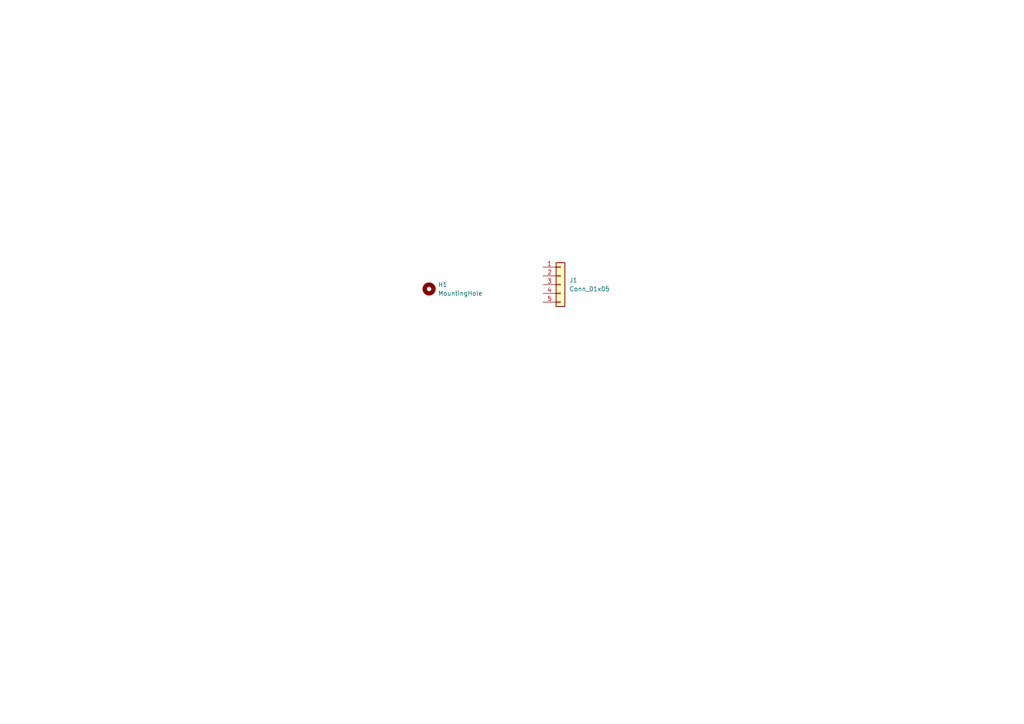
<source format=kicad_sch>
(kicad_sch (version 20230121) (generator eeschema)
  (paper "A4")
  (lib_symbols
    (symbol "Connector_Generic:Conn_01x05" (pin_names (offset 1.016) hide)
      (property "Reference" "J" (at 0 7.62 0))
      (property "Value" "Conn_01x05" (at 0 -7.62 0))
      (symbol "Conn_01x05_1_1"
        (rectangle (start -1.27 -4.953) (end 0 -5.207) (stroke (width 0.1524)))
        (rectangle (start -1.27 -2.413) (end 0 -2.667) (stroke (width 0.1524)))
        (rectangle (start -1.27 0.127) (end 0 -0.127) (stroke (width 0.1524)))
        (rectangle (start -1.27 2.667) (end 0 2.413) (stroke (width 0.1524)))
        (rectangle (start -1.27 5.207) (end 0 4.953) (stroke (width 0.1524)))
        (rectangle (start -1.27 6.35) (end 1.27 -6.35) (stroke (width 0.254)) (fill (type background)))
        (pin passive line (at -5.08 5.08 0) (length 3.81) (name "Pin_1") (number "1"))
        (pin passive line (at -5.08 2.54 0) (length 3.81) (name "Pin_2") (number "2"))
        (pin passive line (at -5.08 0 0) (length 3.81) (name "Pin_3") (number "3"))
        (pin passive line (at -5.08 -2.54 0) (length 3.81) (name "Pin_4") (number "4"))
        (pin passive line (at -5.08 -5.08 0) (length 3.81) (name "Pin_5") (number "5"))
      )
    )
    (symbol "Mechanical:MountingHole" (pin_names (offset 1.016))
      (property "Reference" "H" (at 0 5.08 0))
      (property "Value" "MountingHole" (at 0 3.175 0))
      (symbol "MountingHole_0_1"
        (circle (center 0 0) (radius 1.27) (stroke (width 1.27)))
      )
    )
  )
  (symbol (lib_id "Connector_Generic:Conn_01x05") (at 162.56 82.55 0) (unit 1)
    (property "Reference" "J1" (at 165.1 81.28 0) (effects (justify left)))
    (property "Value" "Conn_01x05" (at 165.1 83.82 0) (effects (justify left)))
    (property "Footprint" "Connector_PinHeader_2.54mm:PinHeader_1x05_P2.54mm_Vertical" (effects hide))
  )
  (symbol (lib_id "Mechanical:MountingHole") (at 124.46 83.82 0) (unit 1)
    (property "Reference" "H1" (at 127 82.55 0) (effects (justify left)))
    (property "Value" "MountingHole" (at 127 85.09 0) (effects (justify left)))
    (property "Footprint" "UL_Standoff:M2ThreadedStandoff" (effects hide))
  )
)
</source>
